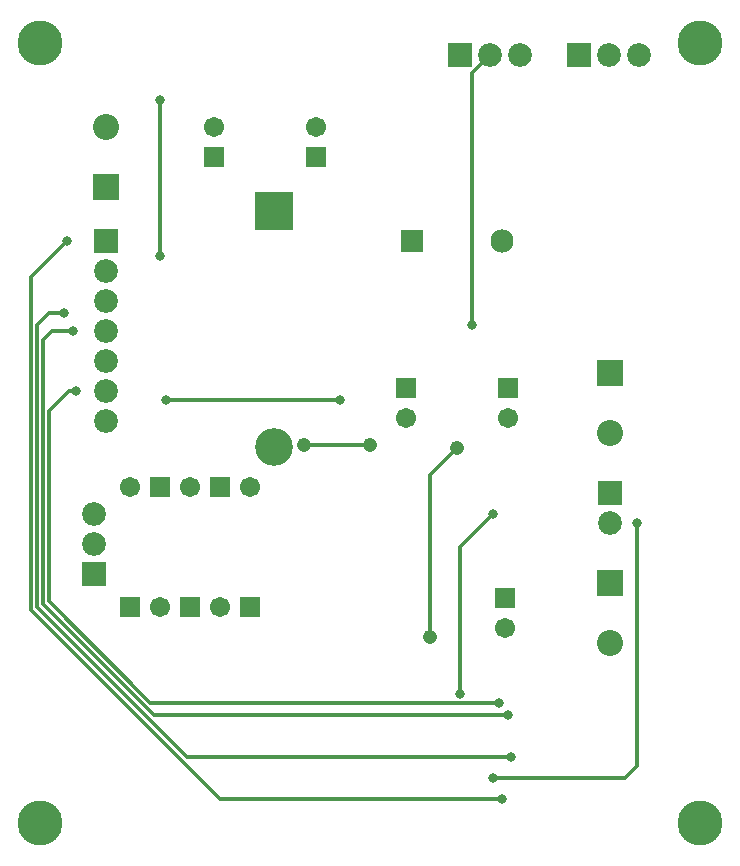
<source format=gbr>
G04 #@! TF.GenerationSoftware,KiCad,Pcbnew,(5.0.0)*
G04 #@! TF.CreationDate,2018-10-20T16:06:51+08:00*
G04 #@! TF.ProjectId,PSU 4CH V1,505355203443482056312E6B69636164,rev?*
G04 #@! TF.SameCoordinates,Original*
G04 #@! TF.FileFunction,Copper,L1,Top,Signal*
G04 #@! TF.FilePolarity,Positive*
%FSLAX46Y46*%
G04 Gerber Fmt 4.6, Leading zero omitted, Abs format (unit mm)*
G04 Created by KiCad (PCBNEW (5.0.0)) date 10/20/18 16:06:51*
%MOMM*%
%LPD*%
G01*
G04 APERTURE LIST*
G04 #@! TA.AperFunction,ComponentPad*
%ADD10C,3.800000*%
G04 #@! TD*
G04 #@! TA.AperFunction,ComponentPad*
%ADD11C,1.716000*%
G04 #@! TD*
G04 #@! TA.AperFunction,ComponentPad*
%ADD12R,1.716000X1.716000*%
G04 #@! TD*
G04 #@! TA.AperFunction,ComponentPad*
%ADD13O,3.200000X3.200000*%
G04 #@! TD*
G04 #@! TA.AperFunction,ComponentPad*
%ADD14R,3.200000X3.200000*%
G04 #@! TD*
G04 #@! TA.AperFunction,ComponentPad*
%ADD15C,2.216000*%
G04 #@! TD*
G04 #@! TA.AperFunction,ComponentPad*
%ADD16R,2.216000X2.216000*%
G04 #@! TD*
G04 #@! TA.AperFunction,ComponentPad*
%ADD17C,2.016000*%
G04 #@! TD*
G04 #@! TA.AperFunction,ComponentPad*
%ADD18R,2.016000X2.016000*%
G04 #@! TD*
G04 #@! TA.AperFunction,ComponentPad*
%ADD19C,1.962000*%
G04 #@! TD*
G04 #@! TA.AperFunction,ComponentPad*
%ADD20R,1.962000X1.962000*%
G04 #@! TD*
G04 #@! TA.AperFunction,ViaPad*
%ADD21C,1.208000*%
G04 #@! TD*
G04 #@! TA.AperFunction,ViaPad*
%ADD22C,0.808000*%
G04 #@! TD*
G04 #@! TA.AperFunction,ViaPad*
%ADD23C,0.800000*%
G04 #@! TD*
G04 #@! TA.AperFunction,Conductor*
%ADD24C,0.304800*%
G04 #@! TD*
G04 APERTURE END LIST*
D10*
G04 #@! TO.P,REF\002A\002A,1*
G04 #@! TO.N,N/C*
X154940000Y-86360000D03*
G04 #@! TD*
G04 #@! TO.P,REF\002A\002A,1*
G04 #@! TO.N,N/C*
X99060000Y-86360000D03*
G04 #@! TD*
G04 #@! TO.P,REF\002A\002A,1*
G04 #@! TO.N,N/C*
X99060000Y-152400000D03*
G04 #@! TD*
D11*
G04 #@! TO.P,C9,2*
G04 #@! TO.N,GND*
X113792000Y-93472000D03*
D12*
G04 #@! TO.P,C9,1*
G04 #@! TO.N,/Input-V+*
X113792000Y-96012000D03*
G04 #@! TD*
G04 #@! TO.P,C10,1*
G04 #@! TO.N,/Input-V+*
X122428000Y-96012000D03*
D11*
G04 #@! TO.P,C10,2*
G04 #@! TO.N,GND*
X122428000Y-93472000D03*
G04 #@! TD*
G04 #@! TO.P,C12,2*
G04 #@! TO.N,GND*
X138684000Y-118110000D03*
D12*
G04 #@! TO.P,C12,1*
G04 #@! TO.N,/Output-Buck*
X138684000Y-115570000D03*
G04 #@! TD*
D11*
G04 #@! TO.P,C13,2*
G04 #@! TO.N,GND*
X130048000Y-118110000D03*
D12*
G04 #@! TO.P,C13,1*
G04 #@! TO.N,/Output-Buck*
X130048000Y-115570000D03*
G04 #@! TD*
G04 #@! TO.P,C15,1*
G04 #@! TO.N,/Output-Linear*
X138430000Y-133350000D03*
D11*
G04 #@! TO.P,C15,2*
G04 #@! TO.N,GND*
X138430000Y-135890000D03*
G04 #@! TD*
G04 #@! TO.P,D1,2*
G04 #@! TO.N,Net-(D1-Pad2)*
X106680000Y-123952000D03*
D12*
G04 #@! TO.P,D1,1*
G04 #@! TO.N,Net-(D1-Pad1)*
X106677460Y-134111480D03*
G04 #@! TD*
D11*
G04 #@! TO.P,D2,2*
G04 #@! TO.N,Net-(D1-Pad1)*
X109220000Y-134112000D03*
D12*
G04 #@! TO.P,D2,1*
G04 #@! TO.N,Net-(D2-Pad1)*
X109222540Y-123952520D03*
G04 #@! TD*
G04 #@! TO.P,D3,1*
G04 #@! TO.N,Net-(D3-Pad1)*
X111757460Y-134111480D03*
D11*
G04 #@! TO.P,D3,2*
G04 #@! TO.N,Net-(D2-Pad1)*
X111760000Y-123952000D03*
G04 #@! TD*
G04 #@! TO.P,D4,2*
G04 #@! TO.N,Net-(D3-Pad1)*
X114300000Y-134112000D03*
D12*
G04 #@! TO.P,D4,1*
G04 #@! TO.N,Net-(D4-Pad1)*
X114302540Y-123952520D03*
G04 #@! TD*
G04 #@! TO.P,D5,1*
G04 #@! TO.N,Net-(D5-Pad1)*
X116837460Y-134111480D03*
D11*
G04 #@! TO.P,D5,2*
G04 #@! TO.N,Net-(D4-Pad1)*
X116840000Y-123952000D03*
G04 #@! TD*
D13*
G04 #@! TO.P,D6,2*
G04 #@! TO.N,GND*
X118872000Y-120584000D03*
D14*
G04 #@! TO.P,D6,1*
G04 #@! TO.N,Net-(C11-Pad1)*
X118872000Y-100584000D03*
G04 #@! TD*
D15*
G04 #@! TO.P,J2,2*
G04 #@! TO.N,/Output-GND*
X147320000Y-137160000D03*
D16*
G04 #@! TO.P,J2,1*
G04 #@! TO.N,/Output-Linear*
X147320000Y-132080000D03*
G04 #@! TD*
D17*
G04 #@! TO.P,J3,2*
G04 #@! TO.N,/Vfb-*
X147320000Y-127000000D03*
D18*
G04 #@! TO.P,J3,1*
G04 #@! TO.N,/Vfb+*
X147320000Y-124460000D03*
G04 #@! TD*
D16*
G04 #@! TO.P,J4,1*
G04 #@! TO.N,/Output-Buck*
X147320000Y-114300000D03*
D15*
G04 #@! TO.P,J4,2*
G04 #@! TO.N,/Output-GND*
X147320000Y-119380000D03*
G04 #@! TD*
D17*
G04 #@! TO.P,J5,3*
G04 #@! TO.N,/Output-Buck*
X103632000Y-126238000D03*
G04 #@! TO.P,J5,2*
G04 #@! TO.N,Net-(J5-Pad2)*
X103632000Y-128778000D03*
D18*
G04 #@! TO.P,J5,1*
G04 #@! TO.N,/Output-Linear*
X103632000Y-131318000D03*
G04 #@! TD*
D19*
G04 #@! TO.P,L1,2*
G04 #@! TO.N,/Output-Buck*
X138176000Y-103124000D03*
D20*
G04 #@! TO.P,L1,1*
G04 #@! TO.N,Net-(C11-Pad1)*
X130556000Y-103124000D03*
G04 #@! TD*
D18*
G04 #@! TO.P,DAC1,1*
G04 #@! TO.N,+3V3*
X144729200Y-87376000D03*
D17*
G04 #@! TO.P,DAC1,2*
G04 #@! TO.N,/DAC_BUCK*
X147269200Y-87376000D03*
G04 #@! TO.P,DAC1,3*
G04 #@! TO.N,GND*
X149809200Y-87376000D03*
G04 #@! TD*
G04 #@! TO.P,DAC2,3*
G04 #@! TO.N,GND*
X139700000Y-87376000D03*
G04 #@! TO.P,DAC2,2*
G04 #@! TO.N,/DAC_LINEAR*
X137160000Y-87376000D03*
D18*
G04 #@! TO.P,DAC2,1*
G04 #@! TO.N,+3V3*
X134620000Y-87376000D03*
G04 #@! TD*
D17*
G04 #@! TO.P,J1,7*
G04 #@! TO.N,-2V8*
X104648000Y-118364000D03*
G04 #@! TO.P,J1,6*
G04 #@! TO.N,-0V5*
X104648000Y-115824000D03*
G04 #@! TO.P,J1,5*
G04 #@! TO.N,GND*
X104648000Y-113284000D03*
G04 #@! TO.P,J1,4*
G04 #@! TO.N,/I-ADC*
X104648000Y-110744000D03*
G04 #@! TO.P,J1,3*
G04 #@! TO.N,/V-ADC*
X104648000Y-108204000D03*
G04 #@! TO.P,J1,2*
G04 #@! TO.N,+3V3*
X104648000Y-105664000D03*
D18*
G04 #@! TO.P,J1,1*
G04 #@! TO.N,+5V*
X104648000Y-103124000D03*
G04 #@! TD*
D15*
G04 #@! TO.P,J6,2*
G04 #@! TO.N,GND*
X104648000Y-93472000D03*
D16*
G04 #@! TO.P,J6,1*
G04 #@! TO.N,/Input-V+*
X104648000Y-98552000D03*
G04 #@! TD*
D10*
G04 #@! TO.P,REF\002A\002A,1*
G04 #@! TO.N,N/C*
X154940000Y-152400000D03*
G04 #@! TD*
D21*
G04 #@! TO.N,GND*
X134366000Y-120650000D03*
X132080000Y-136652000D03*
X121412000Y-120396000D03*
X127000000Y-120396000D03*
D22*
G04 #@! TO.N,+5V*
X138176000Y-150368000D03*
X101346000Y-103124000D03*
D23*
G04 #@! TO.N,-0V5*
X102108000Y-115824000D03*
D22*
X137922000Y-142240000D03*
G04 #@! TO.N,/DAC_LINEAR*
X135636000Y-110236000D03*
G04 #@! TO.N,/I-ADC*
X101854000Y-110744000D03*
X138684000Y-143256000D03*
G04 #@! TO.N,/V-ADC*
X101092000Y-109220000D03*
X138938000Y-146812000D03*
G04 #@! TO.N,/Vfb-*
X149606000Y-127000000D03*
X137414000Y-148590000D03*
G04 #@! TO.N,Net-(R5-Pad2)*
X134620000Y-141478000D03*
X137414000Y-126238000D03*
G04 #@! TO.N,Net-(R16-Pad2)*
X109728000Y-116586000D03*
X124460000Y-116586000D03*
G04 #@! TO.N,+3V3*
X109220000Y-91186000D03*
X109220000Y-104394000D03*
G04 #@! TD*
D24*
G04 #@! TO.N,GND*
X132080000Y-122936000D02*
X132080000Y-136652000D01*
X134366000Y-120650000D02*
X132080000Y-122936000D01*
X126942315Y-120396000D02*
X126238000Y-120396000D01*
X121412000Y-120396000D02*
X126238000Y-120396000D01*
X126238000Y-120396000D02*
X126492000Y-120396000D01*
G04 #@! TO.N,+5V*
X116332000Y-150368000D02*
X138176000Y-150368000D01*
X114300000Y-150368000D02*
X116332000Y-150368000D01*
X98298000Y-134366000D02*
X114300000Y-150368000D01*
X98298000Y-106172000D02*
X98298000Y-134366000D01*
X101346000Y-103124000D02*
X98298000Y-106172000D01*
G04 #@! TO.N,-0V5*
X99822000Y-117544315D02*
X99822000Y-133652092D01*
X102108000Y-115824000D02*
X101542315Y-115824000D01*
X101542315Y-115824000D02*
X99822000Y-117544315D01*
X108404309Y-142234401D02*
X130042401Y-142234401D01*
X99822000Y-133652092D02*
X108404309Y-142234401D01*
X130042401Y-142234401D02*
X137916401Y-142234401D01*
X137916401Y-142234401D02*
X137922000Y-142240000D01*
G04 #@! TO.N,/DAC_LINEAR*
X135636000Y-103690566D02*
X135636000Y-110236000D01*
X137160000Y-87376000D02*
X135636000Y-88900000D01*
X135636000Y-88900000D02*
X135636000Y-103690566D01*
G04 #@! TO.N,/I-ADC*
X101854000Y-110744000D02*
X100076000Y-110744000D01*
X100076000Y-110744000D02*
X99314000Y-111506000D01*
X99314000Y-111506000D02*
X99314000Y-133858000D01*
X100076000Y-134620000D02*
X100076000Y-134668092D01*
X99314000Y-133858000D02*
X100076000Y-134620000D01*
X100076000Y-134668092D02*
X108155908Y-142748000D01*
X108663908Y-143256000D02*
X108155908Y-142748000D01*
X138684000Y-143256000D02*
X108663908Y-143256000D01*
G04 #@! TO.N,/V-ADC*
X99822000Y-109220000D02*
X101092000Y-109220000D01*
X98806000Y-110236000D02*
X99822000Y-109220000D01*
X98806000Y-134112000D02*
X98806000Y-110236000D01*
X138938000Y-146812000D02*
X111506000Y-146812000D01*
X111506000Y-146812000D02*
X98806000Y-134112000D01*
G04 #@! TO.N,/Vfb-*
X149606000Y-127000000D02*
X149606000Y-147574000D01*
X149606000Y-147574000D02*
X148590000Y-148590000D01*
X148590000Y-148590000D02*
X137414000Y-148590000D01*
G04 #@! TO.N,Net-(R5-Pad2)*
X134620000Y-141478000D02*
X134620000Y-131572000D01*
X134620000Y-131572000D02*
X134620000Y-129032000D01*
X134620000Y-129032000D02*
X137160000Y-126492000D01*
X137160000Y-126492000D02*
X137414000Y-126238000D01*
G04 #@! TO.N,Net-(R16-Pad2)*
X109728000Y-116586000D02*
X120904000Y-116586000D01*
X120904000Y-116586000D02*
X124460000Y-116586000D01*
G04 #@! TO.N,+3V3*
X109220000Y-91440000D02*
X109220000Y-102362000D01*
X109220000Y-102362000D02*
X109220000Y-104394000D01*
G04 #@! TD*
M02*

</source>
